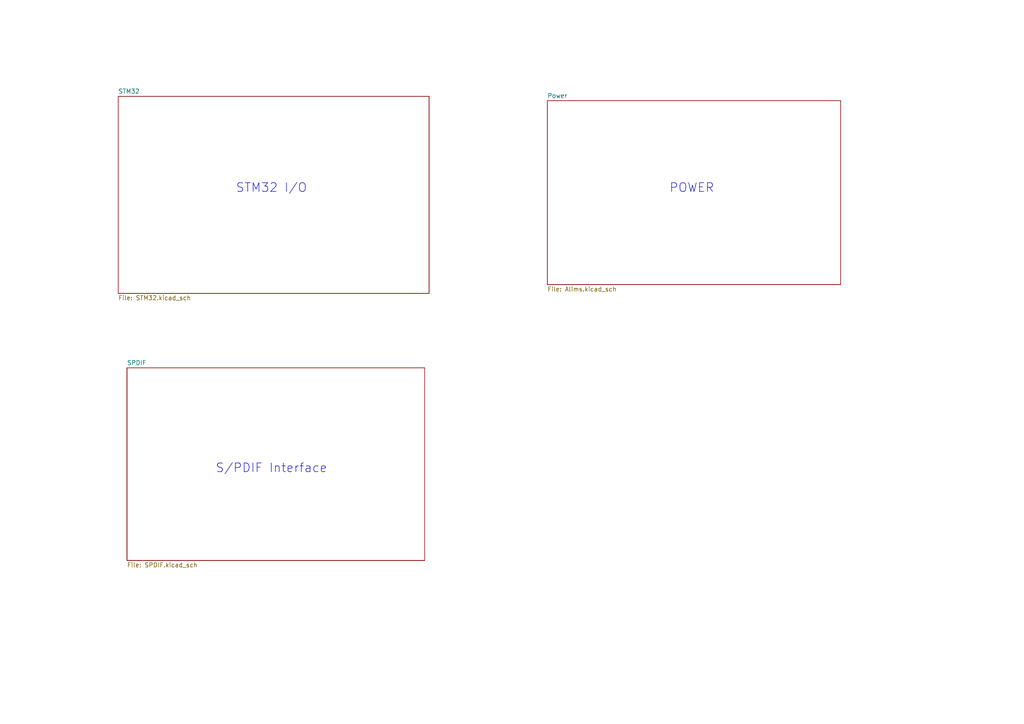
<source format=kicad_sch>
(kicad_sch
	(version 20250114)
	(generator "eeschema")
	(generator_version "9.0")
	(uuid "012896db-454f-4b94-9d4f-ac7c9d5bfde1")
	(paper "A4")
	(title_block
		(title "S/PDIF ASYNCHRONOUS MIXER")
		(date "2024-10-27")
		(rev "A")
		(company "DAD Design")
	)
	(lib_symbols)
	(text "POWER"
		(exclude_from_sim no)
		(at 200.66 54.61 0)
		(effects
			(font
				(size 2.54 2.54)
			)
		)
		(uuid "218739ca-4728-42c6-b92f-c1096b406982")
	)
	(text "S/PDIF Interface"
		(exclude_from_sim no)
		(at 78.74 135.89 0)
		(effects
			(font
				(size 2.54 2.54)
			)
		)
		(uuid "3767ab92-612c-46cd-8401-91bf758d77bb")
	)
	(text "STM32 I/O"
		(exclude_from_sim no)
		(at 78.74 54.61 0)
		(effects
			(font
				(size 2.54 2.54)
			)
		)
		(uuid "c9c7e8c9-6e1c-4cc9-827b-6d289253e0f5")
	)
	(sheet
		(at 158.75 29.21)
		(size 85.09 53.34)
		(exclude_from_sim no)
		(in_bom yes)
		(on_board yes)
		(dnp no)
		(fields_autoplaced yes)
		(stroke
			(width 0.1524)
			(type solid)
		)
		(fill
			(color 0 0 0 0.0000)
		)
		(uuid "21dc3cae-ce98-47e6-8ee2-15143044784c")
		(property "Sheetname" "Power"
			(at 158.75 28.4984 0)
			(effects
				(font
					(size 1.27 1.27)
				)
				(justify left bottom)
			)
		)
		(property "Sheetfile" "Alims.kicad_sch"
			(at 158.75 83.1346 0)
			(effects
				(font
					(size 1.27 1.27)
				)
				(justify left top)
			)
		)
		(instances
			(project "MIxer_SPDIF_V1.0"
				(path "/012896db-454f-4b94-9d4f-ac7c9d5bfde1"
					(page "2")
				)
			)
		)
	)
	(sheet
		(at 36.83 106.68)
		(size 86.36 55.88)
		(exclude_from_sim no)
		(in_bom yes)
		(on_board yes)
		(dnp no)
		(fields_autoplaced yes)
		(stroke
			(width 0.1524)
			(type solid)
		)
		(fill
			(color 0 0 0 0.0000)
		)
		(uuid "67fdbd7f-127e-4772-b3b3-61d2d92cf7bf")
		(property "Sheetname" "SPDIF"
			(at 36.83 105.9684 0)
			(effects
				(font
					(size 1.27 1.27)
				)
				(justify left bottom)
			)
		)
		(property "Sheetfile" "SPDIF.kicad_sch"
			(at 36.83 163.1446 0)
			(effects
				(font
					(size 1.27 1.27)
				)
				(justify left top)
			)
		)
		(instances
			(project "MIxer_SPDIF_V1.0"
				(path "/012896db-454f-4b94-9d4f-ac7c9d5bfde1"
					(page "4")
				)
			)
		)
	)
	(sheet
		(at 34.29 27.94)
		(size 90.17 57.15)
		(exclude_from_sim no)
		(in_bom yes)
		(on_board yes)
		(dnp no)
		(fields_autoplaced yes)
		(stroke
			(width 0.1524)
			(type solid)
		)
		(fill
			(color 0 0 0 0.0000)
		)
		(uuid "e06fb106-2f43-4b5f-ad75-5e72d8a263fc")
		(property "Sheetname" "STM32"
			(at 34.29 27.2284 0)
			(effects
				(font
					(size 1.27 1.27)
				)
				(justify left bottom)
			)
		)
		(property "Sheetfile" "STM32.kicad_sch"
			(at 34.29 85.6746 0)
			(effects
				(font
					(size 1.27 1.27)
				)
				(justify left top)
			)
		)
		(instances
			(project "MIxer_SPDIF_V1.0"
				(path "/012896db-454f-4b94-9d4f-ac7c9d5bfde1"
					(page "3")
				)
			)
		)
	)
	(sheet_instances
		(path "/"
			(page "1")
		)
	)
	(embedded_fonts no)
)

</source>
